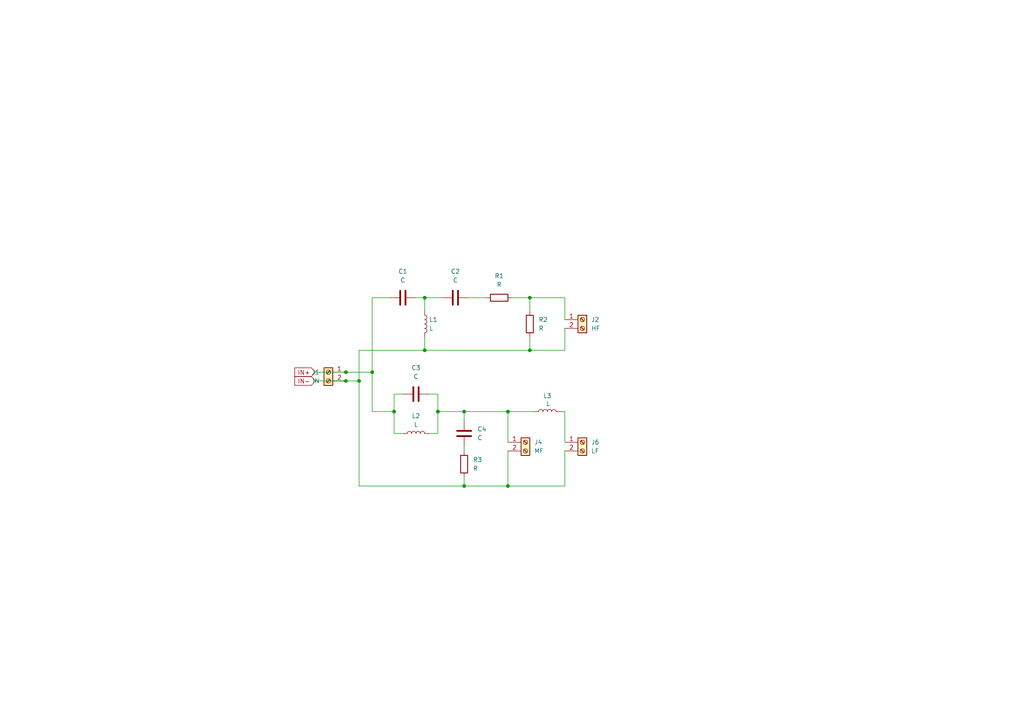
<source format=kicad_sch>
(kicad_sch (version 20231120) (generator "eeschema") (generator_version "8.0")
  (paper "A4")
  (lib_symbols
    (symbol "Connector:Screw_Terminal_01x02" (pin_names (offset 1.016) hide)
      (property "Reference" "J" (at 0 2.54 0))
      (property "Value" "Screw_Terminal_01x02" (at 0 -5.08 0))
      (symbol "Screw_Terminal_01x02_1_1"
        (rectangle (start -1.27 1.27) (end 1.27 -3.81) (stroke (width 0.254)) (fill (type background)))
        (circle (center 0 -2.54) (radius 0.635) (stroke (width 0.1524)))
        (polyline (pts (xy -0.5334 -2.2098) (xy 0.3302 -3.048)) (stroke (width 0.1524)))
        (polyline (pts (xy -0.5334 0.3302) (xy 0.3302 -0.508)) (stroke (width 0.1524)))
        (polyline (pts (xy -0.3556 -2.032) (xy 0.508 -2.8702)) (stroke (width 0.1524)))
        (polyline (pts (xy -0.3556 0.508) (xy 0.508 -0.3302)) (stroke (width 0.1524)))
        (circle (center 0 0) (radius 0.635) (stroke (width 0.1524)))
        (pin passive line (at -5.08 0 0) (length 3.81) (name "Pin_1") (number "1"))
        (pin passive line (at -5.08 -2.54 0) (length 3.81) (name "Pin_2") (number "2"))
      )
    )
    (symbol "Device:C" (pin_numbers hide) (pin_names (offset 0.254))
      (property "Reference" "C" (at 0.635 2.54 0))
      (property "Value" "C" (at 0.635 -2.54 0))
      (symbol "C_0_1"
        (polyline (pts (xy -2.032 -0.762) (xy 2.032 -0.762)) (stroke (width 0.508)))
        (polyline (pts (xy -2.032 0.762) (xy 2.032 0.762)) (stroke (width 0.508)))
      )
      (symbol "C_1_1"
        (pin passive line (at 0 3.81 270) (length 2.794) (name "~") (number "1"))
        (pin passive line (at 0 -3.81 90) (length 2.794) (name "~") (number "2"))
      )
    )
    (symbol "Device:L" (pin_numbers hide) (pin_names (offset 1.016) hide)
      (property "Reference" "L" (at -1.27 0 90))
      (property "Value" "L" (at 1.905 0 90))
      (symbol "L_0_1"
        (arc (start 0 -2.54) (mid 0.6323 -1.905) (end 0 -1.27))
        (arc (start 0 -1.27) (mid 0.6323 -0.635) (end 0 0))
        (arc (start 0 0) (mid 0.6323 0.635) (end 0 1.27))
        (arc (start 0 1.27) (mid 0.6323 1.905) (end 0 2.54))
      )
      (symbol "L_1_1"
        (pin passive line (at 0 3.81 270) (length 1.27) (name "1") (number "1"))
        (pin passive line (at 0 -3.81 90) (length 1.27) (name "2") (number "2"))
      )
    )
    (symbol "Device:R" (pin_numbers hide) (pin_names (offset 0))
      (property "Reference" "R" (at 2.032 0 90))
      (property "Value" "R" (at 0 0 90))
      (symbol "R_0_1"
        (rectangle (start -1.016 -2.54) (end 1.016 2.54) (stroke (width 0.254)))
      )
      (symbol "R_1_1"
        (pin passive line (at 0 3.81 270) (length 1.27) (name "~") (number "1"))
        (pin passive line (at 0 -3.81 90) (length 1.27) (name "~") (number "2"))
      )
    )
  )
  (junction (at 134.62 140.97))
  (junction (at 123.19 86.36))
  (junction (at 104.14 110.49))
  (junction (at 114.3 119.38))
  (junction (at 123.19 101.6))
  (junction (at 100.33 107.95))
  (junction (at 107.95 107.95))
  (junction (at 147.32 119.38))
  (junction (at 153.67 101.6))
  (junction (at 147.32 140.97))
  (junction (at 153.67 86.36))
  (junction (at 100.33 110.49))
  (junction (at 127 119.38))
  (junction (at 134.62 119.38))
  (wire (pts (xy 123.19 86.36) (xy 128.27 86.36)))
  (wire (pts (xy 153.67 90.17) (xy 153.67 86.36)))
  (wire (pts (xy 135.89 86.36) (xy 140.97 86.36)))
  (wire (pts (xy 114.3 119.38) (xy 114.3 125.73)))
  (wire (pts (xy 100.33 110.49) (xy 104.14 110.49)))
  (wire (pts (xy 123.19 101.6) (xy 153.67 101.6)))
  (wire (pts (xy 127 125.73) (xy 124.46 125.73)))
  (wire (pts (xy 123.19 97.79) (xy 123.19 101.6)))
  (wire (pts (xy 153.67 86.36) (xy 148.59 86.36)))
  (wire (pts (xy 147.32 140.97) (xy 163.83 140.97)))
  (wire (pts (xy 127 125.73) (xy 127 119.38)))
  (wire (pts (xy 162.56 119.38) (xy 163.83 119.38)))
  (wire (pts (xy 163.83 101.6) (xy 153.67 101.6)))
  (wire (pts (xy 123.19 86.36) (xy 123.19 90.17)))
  (wire (pts (xy 147.32 119.38) (xy 147.32 128.27)))
  (wire (pts (xy 134.62 121.92) (xy 134.62 119.38)))
  (wire (pts (xy 114.3 114.3) (xy 116.84 114.3)))
  (wire (pts (xy 107.95 119.38) (xy 114.3 119.38)))
  (wire (pts (xy 134.62 119.38) (xy 147.32 119.38)))
  (wire (pts (xy 153.67 97.79) (xy 153.67 101.6)))
  (wire (pts (xy 134.62 119.38) (xy 127 119.38)))
  (wire (pts (xy 127 114.3) (xy 124.46 114.3)))
  (wire (pts (xy 163.83 119.38) (xy 163.83 128.27)))
  (wire (pts (xy 104.14 101.6) (xy 104.14 110.49)))
  (wire (pts (xy 147.32 130.81) (xy 147.32 140.97)))
  (wire (pts (xy 153.67 86.36) (xy 163.83 86.36)))
  (wire (pts (xy 107.95 107.95) (xy 107.95 119.38)))
  (wire (pts (xy 127 119.38) (xy 127 114.3)))
  (wire (pts (xy 91.44 107.95) (xy 100.33 107.95)))
  (wire (pts (xy 91.44 110.49) (xy 100.33 110.49)))
  (wire (pts (xy 107.95 86.36) (xy 107.95 107.95)))
  (wire (pts (xy 134.62 140.97) (xy 104.14 140.97)))
  (wire (pts (xy 120.65 86.36) (xy 123.19 86.36)))
  (wire (pts (xy 104.14 110.49) (xy 104.14 140.97)))
  (wire (pts (xy 147.32 140.97) (xy 134.62 140.97)))
  (wire (pts (xy 100.33 107.95) (xy 107.95 107.95)))
  (wire (pts (xy 147.32 119.38) (xy 154.94 119.38)))
  (wire (pts (xy 163.83 130.81) (xy 163.83 140.97)))
  (wire (pts (xy 114.3 114.3) (xy 114.3 119.38)))
  (wire (pts (xy 163.83 86.36) (xy 163.83 92.71)))
  (wire (pts (xy 134.62 129.54) (xy 134.62 130.81)))
  (wire (pts (xy 134.62 140.97) (xy 134.62 138.43)))
  (wire (pts (xy 107.95 86.36) (xy 113.03 86.36)))
  (wire (pts (xy 163.83 95.25) (xy 163.83 101.6)))
  (wire (pts (xy 123.19 101.6) (xy 104.14 101.6)))
  (wire (pts (xy 114.3 125.73) (xy 116.84 125.73)))
  (global_label "IN+" (shape input) (at 91.44 107.95 180) (property "Intersheetrefs" "${INTERSHEET_REFS}" (effects (hide yes))))
  (global_label "IN-" (shape input) (at 91.44 110.49 180) (property "Intersheetrefs" "${INTERSHEET_REFS}" (effects (hide yes))))
  (symbol (lib_id "Device:R") (at 134.62 134.62 0) (unit 1)
    (property "Reference" "R3" (at 137.16 133.3499 0) (effects (justify left)))
    (property "Value" "R" (at 137.16 135.8899 0) (effects (justify left)))
    (property "Footprint" "Resistor_THT:R_Axial_Power_L48.0mm_W12.5mm_P55.88mm" (effects (hide yes)))
    (property "Description" "Resistor" (effects (hide yes)))
  )
  (symbol (lib_id "Device:R") (at 144.78 86.36 90) (unit 1)
    (property "Reference" "R1" (at 144.78 80.01 90))
    (property "Value" "R" (at 144.78 82.55 90))
    (property "Footprint" "Resistor_THT:R_Axial_Power_L48.0mm_W12.5mm_P55.88mm" (effects (hide yes)))
    (property "Description" "Resistor" (effects (hide yes)))
  )
  (symbol (lib_id "Connector:Screw_Terminal_01x02") (at 168.91 128.27 0) (unit 1)
    (property "Reference" "J6" (at 171.45 128.2699 0) (effects (justify left)))
    (property "Value" "LF" (at 171.45 130.8099 0) (effects (justify left)))
    (property "Footprint" "stephenhouser:screw_terminal_01x02_p9.5mm" (effects (hide yes)))
    (property "Description" "Generic screw terminal, single row, 01x02, script generated (kicad-library-utils/schlib/autogen/connector/)" (effects (hide yes)))
  )
  (symbol (lib_id "Device:C") (at 120.65 114.3 90) (unit 1)
    (property "Reference" "C3" (at 120.65 106.68 90))
    (property "Value" "C" (at 120.65 109.22 90))
    (property "Footprint" "stephenhouser:C_Audio_18x07" (effects (hide yes)))
    (property "Description" "Unpolarized capacitor" (effects (hide yes)))
  )
  (symbol (lib_id "Device:C") (at 134.62 125.73 0) (unit 1)
    (property "Reference" "C4" (at 138.43 124.4599 0) (effects (justify left)))
    (property "Value" "C" (at 138.43 126.9999 0) (effects (justify left)))
    (property "Footprint" "stephenhouser:C_Audio_45x18" (effects (hide yes)))
    (property "Description" "Unpolarized capacitor" (effects (hide yes)))
  )
  (symbol (lib_id "Device:C") (at 116.84 86.36 90) (unit 1)
    (property "Reference" "C1" (at 116.84 78.74 90))
    (property "Value" "C" (at 116.84 81.28 90))
    (property "Footprint" "stephenhouser:C_Audio_31x14" (effects (hide yes)))
    (property "Description" "Unpolarized capacitor" (effects (hide yes)))
  )
  (symbol (lib_id "Device:L") (at 158.75 119.38 270) (mirror x) (unit 1)
    (property "Reference" "L3" (at 158.75 114.808 90))
    (property "Value" "L" (at 159.004 117.094 90))
    (property "Footprint" "stephenhouser:L_Audio_61x38_Iron" (effects (hide yes)))
    (property "Description" "Inductor" (effects (hide yes)))
  )
  (symbol (lib_id "Device:L") (at 120.65 125.73 90) (unit 1)
    (property "Reference" "L2" (at 120.65 120.65 90))
    (property "Value" "L" (at 120.65 123.19 90))
    (property "Footprint" "stephenhouser:L_Audio_D48_W16_Horizontal" (effects (hide yes)))
    (property "Description" "Inductor" (effects (hide yes)))
  )
  (symbol (lib_id "Device:L") (at 123.19 93.98 0) (unit 1)
    (property "Reference" "L1" (at 124.46 92.7099 0) (effects (justify left)))
    (property "Value" "L" (at 124.46 95.2499 0) (effects (justify left)))
    (property "Footprint" "stephenhouser:L_Audio_D40_W18_Vertical" (effects (hide yes)))
    (property "Description" "Inductor" (effects (hide yes)))
  )
  (symbol (lib_id "Connector:Screw_Terminal_01x02") (at 95.25 107.95 0) (mirror y) (unit 1)
    (property "Reference" "J1" (at 92.71 107.9499 0) (effects (justify left)))
    (property "Value" "IN" (at 92.71 110.4899 0) (effects (justify left)))
    (property "Footprint" "stephenhouser:screw_terminal_01x02_p9.5mm" (effects (hide yes)))
    (property "Description" "Generic screw terminal, single row, 01x02, script generated (kicad-library-utils/schlib/autogen/connector/)" (effects (hide yes)))
  )
  (symbol (lib_id "Device:C") (at 132.08 86.36 90) (unit 1)
    (property "Reference" "C2" (at 132.08 78.74 90))
    (property "Value" "C" (at 132.08 81.28 90))
    (property "Footprint" "stephenhouser:C_Audio_31x14" (effects (hide yes)))
    (property "Description" "Unpolarized capacitor" (effects (hide yes)))
  )
  (symbol (lib_id "Device:R") (at 153.67 93.98 0) (unit 1)
    (property "Reference" "R2" (at 156.21 92.7099 0) (effects (justify left)))
    (property "Value" "R" (at 156.21 95.2499 0) (effects (justify left)))
    (property "Footprint" "Resistor_THT:R_Axial_Power_L48.0mm_W12.5mm_P55.88mm" (effects (hide yes)))
    (property "Description" "Resistor" (effects (hide yes)))
  )
  (symbol (lib_id "Connector:Screw_Terminal_01x02") (at 152.4 128.27 0) (unit 1)
    (property "Reference" "J4" (at 154.94 128.2699 0) (effects (justify left)))
    (property "Value" "MF" (at 154.94 130.8099 0) (effects (justify left)))
    (property "Footprint" "stephenhouser:screw_terminal_01x02_p9.5mm" (effects (hide yes)))
    (property "Description" "Generic screw terminal, single row, 01x02, script generated (kicad-library-utils/schlib/autogen/connector/)" (effects (hide yes)))
  )
  (symbol (lib_id "Connector:Screw_Terminal_01x02") (at 168.91 92.71 0) (unit 1)
    (property "Reference" "J2" (at 171.45 92.7099 0) (effects (justify left)))
    (property "Value" "HF" (at 171.45 95.2499 0) (effects (justify left)))
    (property "Footprint" "stephenhouser:screw_terminal_01x02_p9.5mm" (effects (hide yes)))
    (property "Description" "Generic screw terminal, single row, 01x02, script generated (kicad-library-utils/schlib/autogen/connector/)" (effects (hide yes)))
  )
)
</source>
